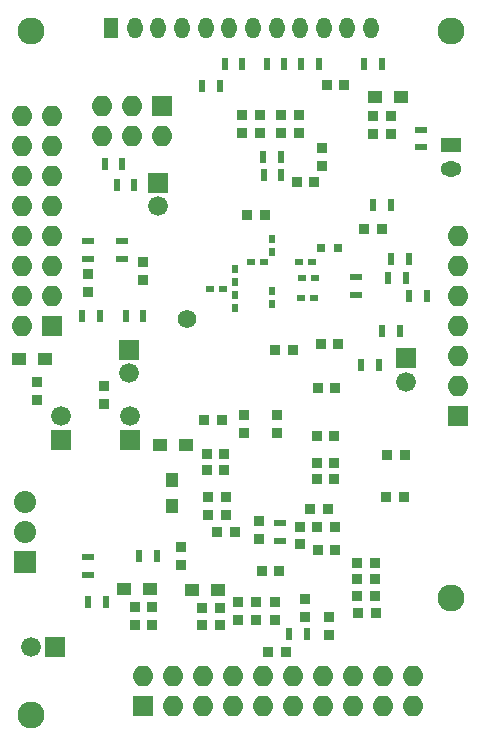
<source format=gbr>
G04 #@! TF.FileFunction,Soldermask,Bot*
%FSLAX46Y46*%
G04 Gerber Fmt 4.6, Leading zero omitted, Abs format (unit mm)*
G04 Created by KiCad (PCBNEW 4.0.5) date 07/19/18 22:11:56*
%MOMM*%
%LPD*%
G01*
G04 APERTURE LIST*
%ADD10C,0.100000*%
%ADD11R,0.576200X0.976200*%
%ADD12R,1.276200X1.776200*%
%ADD13O,1.276200X1.776200*%
%ADD14R,0.826200X0.876200*%
%ADD15R,1.676200X1.676200*%
%ADD16C,1.676200*%
%ADD17R,0.876200X0.826200*%
%ADD18R,1.776200X1.776200*%
%ADD19O,1.776200X1.776200*%
%ADD20R,0.676200X0.776200*%
%ADD21R,0.976200X1.276200*%
%ADD22R,1.276200X0.976200*%
%ADD23R,0.976200X0.576200*%
%ADD24C,1.576200*%
%ADD25R,1.876200X1.876200*%
%ADD26O,1.876200X1.876200*%
%ADD27C,2.276200*%
%ADD28R,0.576200X0.676200*%
%ADD29R,0.676200X0.576200*%
%ADD30R,1.776200X1.276200*%
%ADD31O,1.776200X1.276200*%
G04 APERTURE END LIST*
D10*
D11*
X157238000Y-43942000D03*
X158738000Y-43942000D03*
D12*
X135066000Y-28956000D03*
D13*
X137066000Y-28956000D03*
X139066000Y-28956000D03*
X141066000Y-28956000D03*
X143066000Y-28956000D03*
X145066000Y-28956000D03*
X147066000Y-28956000D03*
X149066000Y-28956000D03*
X151066000Y-28956000D03*
X153066000Y-28956000D03*
X155066000Y-28956000D03*
X157066000Y-28956000D03*
D14*
X151003000Y-37834000D03*
X151003000Y-36334000D03*
D15*
X139065000Y-42069000D03*
D16*
X139065000Y-44069000D03*
D15*
X130302000Y-81407000D03*
D16*
X128302000Y-81407000D03*
D15*
X130810000Y-63849000D03*
D16*
X130810000Y-61849000D03*
D15*
X136652000Y-63849000D03*
D16*
X136652000Y-61849000D03*
D15*
X136588500Y-56197500D03*
D16*
X136588500Y-58197500D03*
D17*
X145530000Y-71628000D03*
X144030000Y-71628000D03*
D14*
X140970000Y-74410000D03*
X140970000Y-72910000D03*
D17*
X142772000Y-78105000D03*
X144272000Y-78105000D03*
X142748000Y-79502000D03*
X144248000Y-79502000D03*
X144641000Y-65024000D03*
X143141000Y-65024000D03*
X144641000Y-66421000D03*
X143141000Y-66421000D03*
X137045000Y-77978000D03*
X138545000Y-77978000D03*
X137057000Y-79502000D03*
X138557000Y-79502000D03*
X158738000Y-36449000D03*
X157238000Y-36449000D03*
X158738000Y-37973000D03*
X157238000Y-37973000D03*
D14*
X128778000Y-60440000D03*
X128778000Y-58940000D03*
X134493000Y-60821000D03*
X134493000Y-59321000D03*
D17*
X148348000Y-81788000D03*
X149848000Y-81788000D03*
X149314600Y-74930000D03*
X147814600Y-74930000D03*
X157416500Y-77025500D03*
X155916500Y-77025500D03*
X159944500Y-65087500D03*
X158444500Y-65087500D03*
X157468000Y-78486000D03*
X155968000Y-78486000D03*
X159817500Y-68643500D03*
X158317500Y-68643500D03*
D14*
X153543000Y-80379000D03*
X153543000Y-78879000D03*
D17*
X157392500Y-74231500D03*
X155892500Y-74231500D03*
X157416500Y-75628500D03*
X155916500Y-75628500D03*
D14*
X147574000Y-70751000D03*
X147574000Y-72251000D03*
X145796000Y-79109000D03*
X145796000Y-77609000D03*
X147320000Y-79109000D03*
X147320000Y-77609000D03*
D17*
X144768000Y-70167500D03*
X143268000Y-70167500D03*
D14*
X149098000Y-63234000D03*
X149098000Y-61734000D03*
D17*
X152463500Y-63500000D03*
X153963500Y-63500000D03*
X151904000Y-69723000D03*
X153404000Y-69723000D03*
X152475500Y-71247000D03*
X153975500Y-71247000D03*
X152539000Y-73152000D03*
X154039000Y-73152000D03*
D14*
X151066500Y-71195500D03*
X151066500Y-72695500D03*
X151511000Y-78855000D03*
X151511000Y-77355000D03*
D17*
X152463500Y-65786000D03*
X153963500Y-65786000D03*
X152463500Y-67183000D03*
X153963500Y-67183000D03*
X152539000Y-59436000D03*
X154039000Y-59436000D03*
D14*
X146304000Y-63234000D03*
X146304000Y-61734000D03*
D17*
X144438500Y-62166500D03*
X142938500Y-62166500D03*
X144768000Y-68707000D03*
X143268000Y-68707000D03*
X150761000Y-42037000D03*
X152261000Y-42037000D03*
D14*
X152908000Y-39128000D03*
X152908000Y-40628000D03*
D17*
X153301000Y-33782000D03*
X154801000Y-33782000D03*
D14*
X147701000Y-37834000D03*
X147701000Y-36334000D03*
X146177000Y-37834000D03*
X146177000Y-36334000D03*
X149479000Y-37834000D03*
X149479000Y-36334000D03*
X133096000Y-51296000D03*
X133096000Y-49796000D03*
X137795000Y-48780000D03*
X137795000Y-50280000D03*
D15*
X160020000Y-56928000D03*
D16*
X160020000Y-58928000D03*
D17*
X154293000Y-55753000D03*
X152793000Y-55753000D03*
X157976000Y-45974000D03*
X156476000Y-45974000D03*
D18*
X139382500Y-35560000D03*
D19*
X139382500Y-38100000D03*
X136842500Y-35560000D03*
X136842500Y-38100000D03*
X134302500Y-35560000D03*
X134302500Y-38100000D03*
D20*
X154243000Y-47625000D03*
X152843000Y-47625000D03*
D21*
X140208000Y-67226000D03*
X140208000Y-69426000D03*
D22*
X141945000Y-76581000D03*
X144145000Y-76581000D03*
X139235000Y-64262000D03*
X141435000Y-64262000D03*
X136187000Y-76454000D03*
X138387000Y-76454000D03*
X159596000Y-34798000D03*
X157396000Y-34798000D03*
X127297000Y-57023000D03*
X129497000Y-57023000D03*
D18*
X137795000Y-86360000D03*
D19*
X137795000Y-83820000D03*
X140335000Y-86360000D03*
X140335000Y-83820000D03*
X142875000Y-86360000D03*
X142875000Y-83820000D03*
X145415000Y-86360000D03*
X145415000Y-83820000D03*
X147955000Y-86360000D03*
X147955000Y-83820000D03*
X150495000Y-86360000D03*
X150495000Y-83820000D03*
X153035000Y-86360000D03*
X153035000Y-83820000D03*
X155575000Y-86360000D03*
X155575000Y-83820000D03*
X158115000Y-86360000D03*
X158115000Y-83820000D03*
X160655000Y-86360000D03*
X160655000Y-83820000D03*
D11*
X133096000Y-77597000D03*
X134596000Y-77597000D03*
D23*
X133096000Y-75299000D03*
X133096000Y-73799000D03*
D11*
X150126000Y-80264000D03*
X151626000Y-80264000D03*
D23*
X133096000Y-48502000D03*
X133096000Y-47002000D03*
X136017000Y-48502000D03*
X136017000Y-47002000D03*
X149352000Y-70878000D03*
X149352000Y-72378000D03*
D11*
X138926000Y-73660000D03*
X137426000Y-73660000D03*
X142760000Y-33909000D03*
X144260000Y-33909000D03*
X156476000Y-32004000D03*
X157976000Y-32004000D03*
X144665000Y-32004000D03*
X146165000Y-32004000D03*
X148221000Y-32004000D03*
X149721000Y-32004000D03*
X151142000Y-32004000D03*
X152642000Y-32004000D03*
X132600000Y-53340000D03*
X134100000Y-53340000D03*
X136283000Y-53340000D03*
X137783000Y-53340000D03*
X134505000Y-40513000D03*
X136005000Y-40513000D03*
X157722000Y-57531000D03*
X156222000Y-57531000D03*
X137021000Y-42291000D03*
X135521000Y-42291000D03*
X159500000Y-54610000D03*
X158000000Y-54610000D03*
X160020000Y-50165000D03*
X158520000Y-50165000D03*
X160286000Y-51689000D03*
X161786000Y-51689000D03*
D23*
X155829000Y-50050000D03*
X155829000Y-51550000D03*
D11*
X160262000Y-48514000D03*
X158762000Y-48514000D03*
D24*
X141478000Y-53594000D03*
D25*
X127762000Y-74168000D03*
D26*
X127762000Y-71628000D03*
X127762000Y-69088000D03*
D14*
X148971000Y-79109000D03*
X148971000Y-77609000D03*
D18*
X130048000Y-54229000D03*
D19*
X127508000Y-54229000D03*
X130048000Y-51689000D03*
X127508000Y-51689000D03*
X130048000Y-49149000D03*
X127508000Y-49149000D03*
X130048000Y-46609000D03*
X127508000Y-46609000D03*
X130048000Y-44069000D03*
X127508000Y-44069000D03*
X130048000Y-41529000D03*
X127508000Y-41529000D03*
X130048000Y-38989000D03*
X127508000Y-38989000D03*
X130048000Y-36449000D03*
X127508000Y-36449000D03*
D27*
X128270000Y-29210000D03*
X163830000Y-29210000D03*
X163830000Y-77216000D03*
X128270000Y-87122000D03*
D11*
X149455000Y-39878000D03*
X147955000Y-39878000D03*
X149467000Y-41402000D03*
X147967000Y-41402000D03*
D28*
X148717000Y-47921000D03*
X148717000Y-46821000D03*
D29*
X151215000Y-50165000D03*
X152315000Y-50165000D03*
X144568000Y-51054000D03*
X143468000Y-51054000D03*
D28*
X145542000Y-49361000D03*
X145542000Y-50461000D03*
X148717000Y-52366000D03*
X148717000Y-51266000D03*
D29*
X146897000Y-48768000D03*
X147997000Y-48768000D03*
X150961000Y-48768000D03*
X152061000Y-48768000D03*
X151173000Y-51816000D03*
X152273000Y-51816000D03*
D28*
X145542000Y-52705000D03*
X145542000Y-51605000D03*
D17*
X148971000Y-56261000D03*
X150471000Y-56261000D03*
X146570000Y-44831000D03*
X148070000Y-44831000D03*
D18*
X164465000Y-61849000D03*
D19*
X164465000Y-59309000D03*
X164465000Y-56769000D03*
X164465000Y-54229000D03*
X164465000Y-51689000D03*
X164465000Y-49149000D03*
X164465000Y-46609000D03*
D30*
X163830000Y-38894000D03*
D31*
X163830000Y-40894000D03*
D23*
X161290000Y-37592000D03*
X161290000Y-39092000D03*
M02*

</source>
